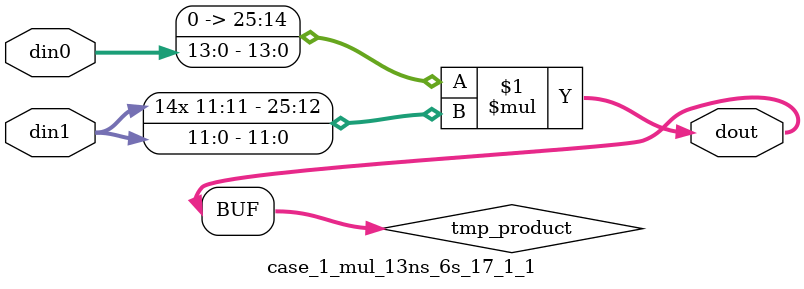
<source format=v>

`timescale 1 ns / 1 ps

 (* use_dsp = "no" *)  module case_1_mul_13ns_6s_17_1_1(din0, din1, dout);
parameter ID = 1;
parameter NUM_STAGE = 0;
parameter din0_WIDTH = 14;
parameter din1_WIDTH = 12;
parameter dout_WIDTH = 26;

input [din0_WIDTH - 1 : 0] din0; 
input [din1_WIDTH - 1 : 0] din1; 
output [dout_WIDTH - 1 : 0] dout;

wire signed [dout_WIDTH - 1 : 0] tmp_product;

























assign tmp_product = $signed({1'b0, din0}) * $signed(din1);










assign dout = tmp_product;





















endmodule

</source>
